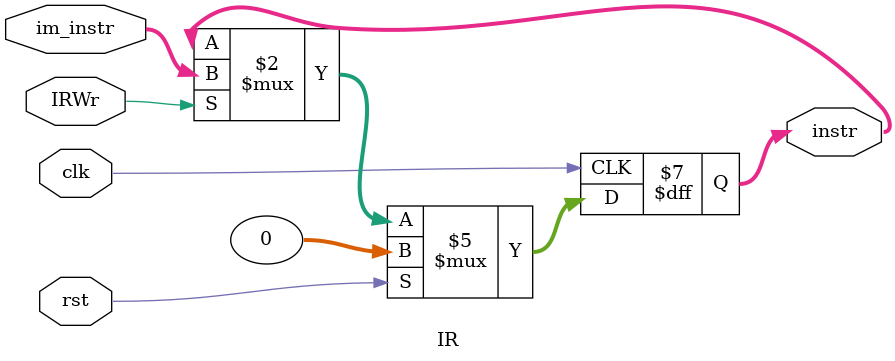
<source format=v>
`timescale 1ns / 1ps


module IR (clk, rst, IRWr, im_instr, instr);
   input         clk;
   input         rst;
   input         IRWr; 
   input  [31:0] im_instr;
   output [31:0] instr;
   reg [31:0] instr;
   always @(posedge clk ) begin
      if ( rst ) 
         instr <= 0;
      else if (IRWr)
         instr <= im_instr;
   end // end always
endmodule


</source>
